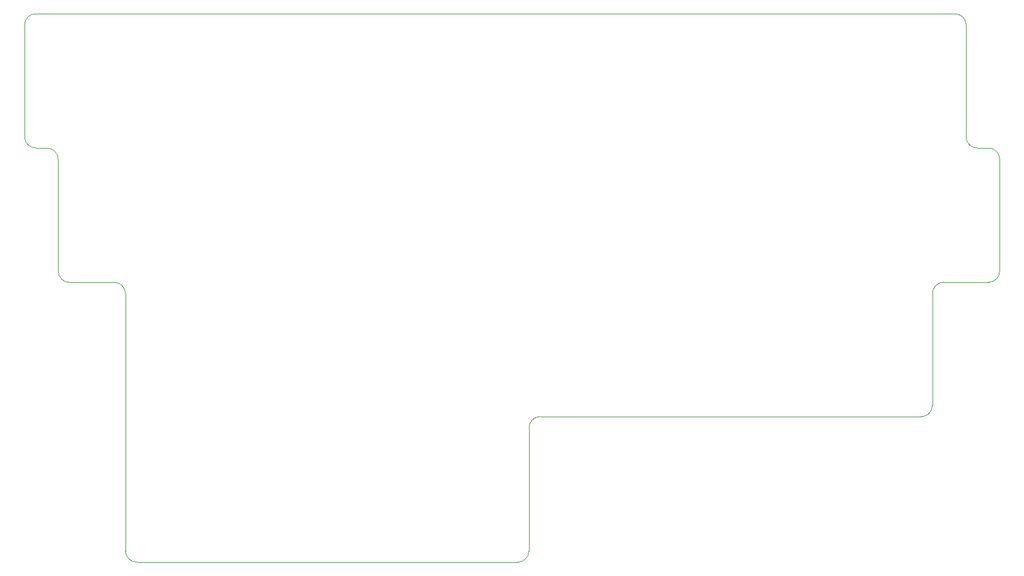
<source format=gm1>
G04 #@! TF.GenerationSoftware,KiCad,Pcbnew,(5.1.10-1-10_14)*
G04 #@! TF.CreationDate,2021-09-05T18:36:36+10:00*
G04 #@! TF.ProjectId,WTL-Split-Right,57544c2d-5370-46c6-9974-2d5269676874,rev?*
G04 #@! TF.SameCoordinates,Original*
G04 #@! TF.FileFunction,Profile,NP*
%FSLAX46Y46*%
G04 Gerber Fmt 4.6, Leading zero omitted, Abs format (unit mm)*
G04 Created by KiCad (PCBNEW (5.1.10-1-10_14)) date 2021-09-05 18:36:36*
%MOMM*%
%LPD*%
G01*
G04 APERTURE LIST*
G04 #@! TA.AperFunction,Profile*
%ADD10C,0.050000*%
G04 #@! TD*
G04 APERTURE END LIST*
D10*
X49212500Y-50800000D02*
X49212500Y-34925000D01*
X50800000Y-52387500D02*
X52387500Y-52387500D01*
X50800000Y-52387500D02*
G75*
G02*
X49212500Y-50800000I0J1587500D01*
G01*
X53975000Y-69850000D02*
X53975000Y-53975000D01*
X61912500Y-71437500D02*
X55562500Y-71437500D01*
X63500000Y-109537500D02*
X63500000Y-73025000D01*
X119062500Y-111125000D02*
X65087500Y-111125000D01*
X120650000Y-92075000D02*
X120650000Y-109537500D01*
X176212500Y-90487500D02*
X122237500Y-90487500D01*
X177800000Y-73025000D02*
X177800000Y-88900000D01*
X185737500Y-71437500D02*
X179387500Y-71437500D01*
X187325000Y-53975000D02*
X187325000Y-69850000D01*
X184150000Y-52387500D02*
X185737500Y-52387500D01*
X182562500Y-34925000D02*
X182562500Y-50800000D01*
X50800000Y-33337500D02*
X180975000Y-33337500D01*
X180975000Y-33337500D02*
G75*
G02*
X182562500Y-34925000I0J-1587500D01*
G01*
X184150000Y-52387500D02*
G75*
G02*
X182562500Y-50800000I0J1587500D01*
G01*
X185737500Y-52387500D02*
G75*
G02*
X187325000Y-53975000I0J-1587500D01*
G01*
X187325000Y-69850000D02*
G75*
G02*
X185737500Y-71437500I-1587500J0D01*
G01*
X177800000Y-73025000D02*
G75*
G02*
X179387500Y-71437500I1587500J0D01*
G01*
X177800000Y-88900000D02*
G75*
G02*
X176212500Y-90487500I-1587500J0D01*
G01*
X120650000Y-92075000D02*
G75*
G02*
X122237500Y-90487500I1587500J0D01*
G01*
X120650000Y-109537500D02*
G75*
G02*
X119062500Y-111125000I-1587500J0D01*
G01*
X65087500Y-111125000D02*
G75*
G02*
X63500000Y-109537500I0J1587500D01*
G01*
X61912500Y-71437500D02*
G75*
G02*
X63500000Y-73025000I0J-1587500D01*
G01*
X55562500Y-71437500D02*
G75*
G02*
X53975000Y-69850000I0J1587500D01*
G01*
X52387500Y-52387500D02*
G75*
G02*
X53975000Y-53975000I0J-1587500D01*
G01*
X49212500Y-34925000D02*
G75*
G02*
X50800000Y-33337500I1587500J0D01*
G01*
M02*

</source>
